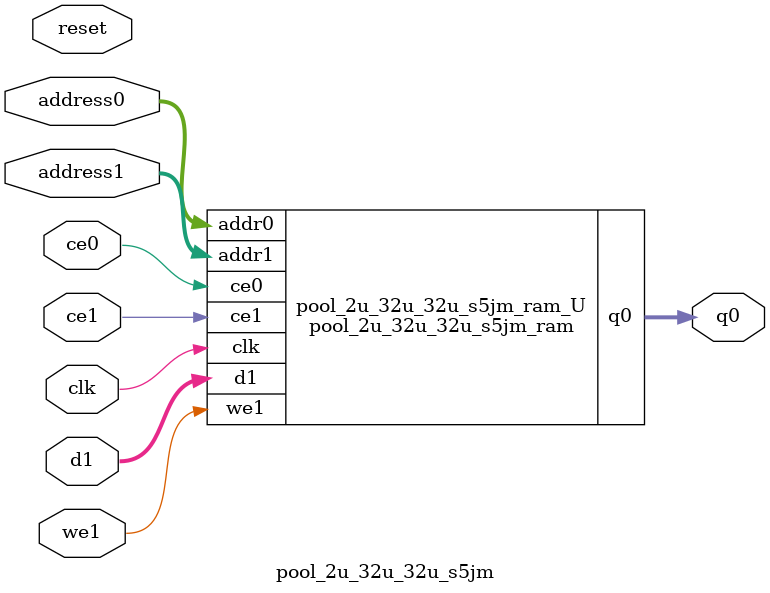
<source format=v>
`timescale 1 ns / 1 ps
module pool_2u_32u_32u_s5jm_ram (addr0, ce0, q0, addr1, ce1, d1, we1,  clk);

parameter DWIDTH = 32;
parameter AWIDTH = 5;
parameter MEM_SIZE = 32;

input[AWIDTH-1:0] addr0;
input ce0;
output reg[DWIDTH-1:0] q0;
input[AWIDTH-1:0] addr1;
input ce1;
input[DWIDTH-1:0] d1;
input we1;
input clk;

(* ram_style = "distributed" *)reg [DWIDTH-1:0] ram[0:MEM_SIZE-1];




always @(posedge clk)  
begin 
    if (ce0) 
    begin
        q0 <= ram[addr0];
    end
end


always @(posedge clk)  
begin 
    if (ce1) 
    begin
        if (we1) 
        begin 
            ram[addr1] <= d1; 
        end 
    end
end


endmodule

`timescale 1 ns / 1 ps
module pool_2u_32u_32u_s5jm(
    reset,
    clk,
    address0,
    ce0,
    q0,
    address1,
    ce1,
    we1,
    d1);

parameter DataWidth = 32'd32;
parameter AddressRange = 32'd32;
parameter AddressWidth = 32'd5;
input reset;
input clk;
input[AddressWidth - 1:0] address0;
input ce0;
output[DataWidth - 1:0] q0;
input[AddressWidth - 1:0] address1;
input ce1;
input we1;
input[DataWidth - 1:0] d1;



pool_2u_32u_32u_s5jm_ram pool_2u_32u_32u_s5jm_ram_U(
    .clk( clk ),
    .addr0( address0 ),
    .ce0( ce0 ),
    .q0( q0 ),
    .addr1( address1 ),
    .ce1( ce1 ),
    .we1( we1 ),
    .d1( d1 ));

endmodule


</source>
